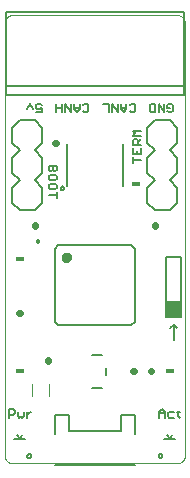
<source format=gto>
G75*
%MOIN*%
%OFA0B0*%
%FSLAX25Y25*%
%IPPOS*%
%LPD*%
%AMOC8*
5,1,8,0,0,1.08239X$1,22.5*
%
%ADD10C,0.00000*%
%ADD11C,0.00500*%
%ADD12C,0.00800*%
%ADD13C,0.02200*%
%ADD14R,0.03000X0.01800*%
%ADD15C,0.00600*%
%ADD16C,0.00787*%
%ADD17C,0.01575*%
%ADD18C,0.00200*%
D10*
X0035095Y0032058D02*
X0035095Y0176433D01*
X0035097Y0176531D01*
X0035103Y0176629D01*
X0035112Y0176727D01*
X0035126Y0176824D01*
X0035143Y0176921D01*
X0035164Y0177017D01*
X0035189Y0177112D01*
X0035217Y0177206D01*
X0035250Y0177298D01*
X0035285Y0177390D01*
X0035325Y0177480D01*
X0035367Y0177568D01*
X0035414Y0177655D01*
X0035463Y0177739D01*
X0035516Y0177822D01*
X0035572Y0177902D01*
X0035632Y0177981D01*
X0035694Y0178057D01*
X0035759Y0178130D01*
X0035827Y0178201D01*
X0035898Y0178269D01*
X0035971Y0178334D01*
X0036047Y0178396D01*
X0036126Y0178456D01*
X0036206Y0178512D01*
X0036289Y0178565D01*
X0036373Y0178614D01*
X0036460Y0178661D01*
X0036548Y0178703D01*
X0036638Y0178743D01*
X0036730Y0178778D01*
X0036822Y0178811D01*
X0036916Y0178839D01*
X0037011Y0178864D01*
X0037107Y0178885D01*
X0037204Y0178902D01*
X0037301Y0178916D01*
X0037399Y0178925D01*
X0037497Y0178931D01*
X0037595Y0178933D01*
X0092595Y0178933D01*
X0092693Y0178931D01*
X0092791Y0178925D01*
X0092889Y0178916D01*
X0092986Y0178902D01*
X0093083Y0178885D01*
X0093179Y0178864D01*
X0093274Y0178839D01*
X0093368Y0178811D01*
X0093460Y0178778D01*
X0093552Y0178743D01*
X0093642Y0178703D01*
X0093730Y0178661D01*
X0093817Y0178614D01*
X0093901Y0178565D01*
X0093984Y0178512D01*
X0094064Y0178456D01*
X0094143Y0178396D01*
X0094219Y0178334D01*
X0094292Y0178269D01*
X0094363Y0178201D01*
X0094431Y0178130D01*
X0094496Y0178057D01*
X0094558Y0177981D01*
X0094618Y0177902D01*
X0094674Y0177822D01*
X0094727Y0177739D01*
X0094776Y0177655D01*
X0094823Y0177568D01*
X0094865Y0177480D01*
X0094905Y0177390D01*
X0094940Y0177298D01*
X0094973Y0177206D01*
X0095001Y0177112D01*
X0095026Y0177017D01*
X0095047Y0176921D01*
X0095064Y0176824D01*
X0095078Y0176727D01*
X0095087Y0176629D01*
X0095093Y0176531D01*
X0095095Y0176433D01*
X0095095Y0032058D01*
X0095093Y0031960D01*
X0095087Y0031862D01*
X0095078Y0031764D01*
X0095064Y0031667D01*
X0095047Y0031570D01*
X0095026Y0031474D01*
X0095001Y0031379D01*
X0094973Y0031285D01*
X0094940Y0031193D01*
X0094905Y0031101D01*
X0094865Y0031011D01*
X0094823Y0030923D01*
X0094776Y0030836D01*
X0094727Y0030752D01*
X0094674Y0030669D01*
X0094618Y0030589D01*
X0094558Y0030510D01*
X0094496Y0030434D01*
X0094431Y0030361D01*
X0094363Y0030290D01*
X0094292Y0030222D01*
X0094219Y0030157D01*
X0094143Y0030095D01*
X0094064Y0030035D01*
X0093984Y0029979D01*
X0093901Y0029926D01*
X0093817Y0029877D01*
X0093730Y0029830D01*
X0093642Y0029788D01*
X0093552Y0029748D01*
X0093460Y0029713D01*
X0093368Y0029680D01*
X0093274Y0029652D01*
X0093179Y0029627D01*
X0093083Y0029606D01*
X0092986Y0029589D01*
X0092889Y0029575D01*
X0092791Y0029566D01*
X0092693Y0029560D01*
X0092595Y0029558D01*
X0037595Y0029558D01*
X0037497Y0029560D01*
X0037399Y0029566D01*
X0037301Y0029575D01*
X0037204Y0029589D01*
X0037107Y0029606D01*
X0037011Y0029627D01*
X0036916Y0029652D01*
X0036822Y0029680D01*
X0036730Y0029713D01*
X0036638Y0029748D01*
X0036548Y0029788D01*
X0036460Y0029830D01*
X0036373Y0029877D01*
X0036289Y0029926D01*
X0036206Y0029979D01*
X0036126Y0030035D01*
X0036047Y0030095D01*
X0035971Y0030157D01*
X0035898Y0030222D01*
X0035827Y0030290D01*
X0035759Y0030361D01*
X0035694Y0030434D01*
X0035632Y0030510D01*
X0035572Y0030589D01*
X0035516Y0030669D01*
X0035463Y0030752D01*
X0035414Y0030836D01*
X0035367Y0030923D01*
X0035325Y0031011D01*
X0035285Y0031101D01*
X0035250Y0031193D01*
X0035217Y0031285D01*
X0035189Y0031379D01*
X0035164Y0031474D01*
X0035143Y0031570D01*
X0035126Y0031667D01*
X0035112Y0031764D01*
X0035103Y0031862D01*
X0035097Y0031960D01*
X0035095Y0032058D01*
D11*
X0042595Y0032058D02*
X0042597Y0032108D01*
X0042603Y0032157D01*
X0042613Y0032206D01*
X0042626Y0032253D01*
X0042644Y0032300D01*
X0042665Y0032345D01*
X0042689Y0032388D01*
X0042717Y0032429D01*
X0042748Y0032468D01*
X0042782Y0032504D01*
X0042819Y0032538D01*
X0042859Y0032568D01*
X0042900Y0032595D01*
X0042944Y0032619D01*
X0042989Y0032639D01*
X0043036Y0032655D01*
X0043084Y0032668D01*
X0043133Y0032677D01*
X0043183Y0032682D01*
X0043232Y0032683D01*
X0043282Y0032680D01*
X0043331Y0032673D01*
X0043380Y0032662D01*
X0043427Y0032648D01*
X0043473Y0032629D01*
X0043518Y0032607D01*
X0043561Y0032582D01*
X0043601Y0032553D01*
X0043639Y0032521D01*
X0043675Y0032487D01*
X0043708Y0032449D01*
X0043737Y0032409D01*
X0043763Y0032367D01*
X0043786Y0032323D01*
X0043805Y0032277D01*
X0043821Y0032230D01*
X0043833Y0032181D01*
X0043841Y0032132D01*
X0043845Y0032083D01*
X0043845Y0032033D01*
X0043841Y0031984D01*
X0043833Y0031935D01*
X0043821Y0031886D01*
X0043805Y0031839D01*
X0043786Y0031793D01*
X0043763Y0031749D01*
X0043737Y0031707D01*
X0043708Y0031667D01*
X0043675Y0031629D01*
X0043639Y0031595D01*
X0043601Y0031563D01*
X0043561Y0031534D01*
X0043518Y0031509D01*
X0043473Y0031487D01*
X0043427Y0031468D01*
X0043380Y0031454D01*
X0043331Y0031443D01*
X0043282Y0031436D01*
X0043232Y0031433D01*
X0043183Y0031434D01*
X0043133Y0031439D01*
X0043084Y0031448D01*
X0043036Y0031461D01*
X0042989Y0031477D01*
X0042944Y0031497D01*
X0042900Y0031521D01*
X0042859Y0031548D01*
X0042819Y0031578D01*
X0042782Y0031612D01*
X0042748Y0031648D01*
X0042717Y0031687D01*
X0042689Y0031728D01*
X0042665Y0031771D01*
X0042644Y0031816D01*
X0042626Y0031863D01*
X0042613Y0031910D01*
X0042603Y0031959D01*
X0042597Y0032008D01*
X0042595Y0032058D01*
X0042488Y0044808D02*
X0042488Y0046610D01*
X0042488Y0045709D02*
X0043389Y0046610D01*
X0043839Y0046610D01*
X0041343Y0046610D02*
X0041343Y0045258D01*
X0040893Y0044808D01*
X0040442Y0045258D01*
X0039992Y0044808D01*
X0039542Y0045258D01*
X0039542Y0046610D01*
X0038397Y0047060D02*
X0038397Y0046159D01*
X0037946Y0045709D01*
X0036595Y0045709D01*
X0036595Y0044808D02*
X0036595Y0047510D01*
X0037946Y0047510D01*
X0038397Y0047060D01*
X0052422Y0118042D02*
X0052422Y0119844D01*
X0052422Y0118943D02*
X0049720Y0118943D01*
X0050171Y0120988D02*
X0049720Y0121439D01*
X0049720Y0122340D01*
X0050171Y0122790D01*
X0051972Y0122790D01*
X0052422Y0122340D01*
X0052422Y0121439D01*
X0051972Y0120988D01*
X0050171Y0120988D01*
X0050171Y0123935D02*
X0051972Y0123935D01*
X0052422Y0124385D01*
X0052422Y0125286D01*
X0051972Y0125737D01*
X0050171Y0125737D01*
X0049720Y0125286D01*
X0049720Y0124385D01*
X0050171Y0123935D01*
X0050171Y0126882D02*
X0049720Y0127332D01*
X0049720Y0128683D01*
X0052422Y0128683D01*
X0052422Y0127332D01*
X0051972Y0126882D01*
X0051522Y0126882D01*
X0051071Y0127332D01*
X0051071Y0128683D01*
X0051071Y0127332D02*
X0050621Y0126882D01*
X0050171Y0126882D01*
X0052329Y0146606D02*
X0052329Y0149308D01*
X0052329Y0147957D02*
X0054131Y0147957D01*
X0054131Y0149308D02*
X0054131Y0146606D01*
X0055276Y0146606D02*
X0055276Y0149308D01*
X0057077Y0146606D01*
X0057077Y0149308D01*
X0058222Y0149308D02*
X0058222Y0147507D01*
X0059123Y0146606D01*
X0060024Y0147507D01*
X0060024Y0149308D01*
X0061169Y0148858D02*
X0061619Y0149308D01*
X0062520Y0149308D01*
X0062970Y0148858D01*
X0062970Y0147056D01*
X0062520Y0146606D01*
X0061619Y0146606D01*
X0061169Y0147056D01*
X0060024Y0147957D02*
X0058222Y0147957D01*
X0067954Y0149308D02*
X0069756Y0149308D01*
X0069756Y0146606D01*
X0070901Y0146606D02*
X0070901Y0149308D01*
X0072702Y0146606D01*
X0072702Y0149308D01*
X0073847Y0149308D02*
X0073847Y0147507D01*
X0074748Y0146606D01*
X0075649Y0147507D01*
X0075649Y0149308D01*
X0076794Y0148858D02*
X0077244Y0149308D01*
X0078145Y0149308D01*
X0078595Y0148858D01*
X0078595Y0147056D01*
X0078145Y0146606D01*
X0077244Y0146606D01*
X0076794Y0147056D01*
X0075649Y0147957D02*
X0073847Y0147957D01*
X0077768Y0140449D02*
X0080470Y0140449D01*
X0080470Y0138648D02*
X0077768Y0138648D01*
X0078669Y0139548D01*
X0077768Y0140449D01*
X0078218Y0137503D02*
X0079119Y0137503D01*
X0079569Y0137052D01*
X0079569Y0135701D01*
X0079569Y0136602D02*
X0080470Y0137503D01*
X0080470Y0135701D02*
X0077768Y0135701D01*
X0077768Y0137052D01*
X0078218Y0137503D01*
X0077768Y0134556D02*
X0077768Y0132755D01*
X0080470Y0132755D01*
X0080470Y0134556D01*
X0079119Y0133655D02*
X0079119Y0132755D01*
X0077768Y0131610D02*
X0077768Y0129808D01*
X0077768Y0130709D02*
X0080470Y0130709D01*
X0083851Y0146606D02*
X0085202Y0146606D01*
X0085202Y0149308D01*
X0083851Y0149308D01*
X0083401Y0148858D01*
X0083401Y0147056D01*
X0083851Y0146606D01*
X0086347Y0146606D02*
X0086347Y0149308D01*
X0088149Y0146606D01*
X0088149Y0149308D01*
X0089294Y0148858D02*
X0089294Y0147957D01*
X0090194Y0147957D01*
X0089294Y0148858D02*
X0089744Y0149308D01*
X0090645Y0149308D01*
X0091095Y0148858D01*
X0091095Y0147056D01*
X0090645Y0146606D01*
X0089744Y0146606D01*
X0089294Y0147056D01*
X0088845Y0098308D02*
X0093845Y0098308D01*
X0093845Y0078308D01*
X0093845Y0083308D01*
X0088845Y0083308D01*
X0088845Y0078308D01*
X0093845Y0078308D01*
X0088845Y0078308D01*
X0088845Y0098308D01*
X0088845Y0083271D02*
X0093845Y0083271D01*
X0093845Y0082772D02*
X0088845Y0082772D01*
X0088845Y0082274D02*
X0093845Y0082274D01*
X0093845Y0081775D02*
X0088845Y0081775D01*
X0088845Y0081277D02*
X0093845Y0081277D01*
X0093845Y0080778D02*
X0088845Y0080778D01*
X0088845Y0080280D02*
X0093845Y0080280D01*
X0093845Y0079781D02*
X0088845Y0079781D01*
X0088845Y0079283D02*
X0093845Y0079283D01*
X0093845Y0078784D02*
X0088845Y0078784D01*
X0091345Y0075808D02*
X0090095Y0074558D01*
X0091345Y0075808D02*
X0092595Y0074558D01*
X0091345Y0075808D02*
X0091345Y0070808D01*
X0087496Y0047510D02*
X0086595Y0046610D01*
X0086595Y0044808D01*
X0086595Y0046159D02*
X0088397Y0046159D01*
X0088397Y0046610D02*
X0088397Y0044808D01*
X0089542Y0045258D02*
X0089542Y0046159D01*
X0089992Y0046610D01*
X0091343Y0046610D01*
X0092488Y0046610D02*
X0093389Y0046610D01*
X0092939Y0047060D02*
X0092939Y0045258D01*
X0093389Y0044808D01*
X0091343Y0044808D02*
X0089992Y0044808D01*
X0089542Y0045258D01*
X0088397Y0046610D02*
X0087496Y0047510D01*
X0086345Y0032058D02*
X0086347Y0032108D01*
X0086353Y0032157D01*
X0086363Y0032206D01*
X0086376Y0032253D01*
X0086394Y0032300D01*
X0086415Y0032345D01*
X0086439Y0032388D01*
X0086467Y0032429D01*
X0086498Y0032468D01*
X0086532Y0032504D01*
X0086569Y0032538D01*
X0086609Y0032568D01*
X0086650Y0032595D01*
X0086694Y0032619D01*
X0086739Y0032639D01*
X0086786Y0032655D01*
X0086834Y0032668D01*
X0086883Y0032677D01*
X0086933Y0032682D01*
X0086982Y0032683D01*
X0087032Y0032680D01*
X0087081Y0032673D01*
X0087130Y0032662D01*
X0087177Y0032648D01*
X0087223Y0032629D01*
X0087268Y0032607D01*
X0087311Y0032582D01*
X0087351Y0032553D01*
X0087389Y0032521D01*
X0087425Y0032487D01*
X0087458Y0032449D01*
X0087487Y0032409D01*
X0087513Y0032367D01*
X0087536Y0032323D01*
X0087555Y0032277D01*
X0087571Y0032230D01*
X0087583Y0032181D01*
X0087591Y0032132D01*
X0087595Y0032083D01*
X0087595Y0032033D01*
X0087591Y0031984D01*
X0087583Y0031935D01*
X0087571Y0031886D01*
X0087555Y0031839D01*
X0087536Y0031793D01*
X0087513Y0031749D01*
X0087487Y0031707D01*
X0087458Y0031667D01*
X0087425Y0031629D01*
X0087389Y0031595D01*
X0087351Y0031563D01*
X0087311Y0031534D01*
X0087268Y0031509D01*
X0087223Y0031487D01*
X0087177Y0031468D01*
X0087130Y0031454D01*
X0087081Y0031443D01*
X0087032Y0031436D01*
X0086982Y0031433D01*
X0086933Y0031434D01*
X0086883Y0031439D01*
X0086834Y0031448D01*
X0086786Y0031461D01*
X0086739Y0031477D01*
X0086694Y0031497D01*
X0086650Y0031521D01*
X0086609Y0031548D01*
X0086569Y0031578D01*
X0086532Y0031612D01*
X0086498Y0031648D01*
X0086467Y0031687D01*
X0086439Y0031728D01*
X0086415Y0031771D01*
X0086394Y0031816D01*
X0086376Y0031863D01*
X0086363Y0031910D01*
X0086353Y0031959D01*
X0086347Y0032008D01*
X0086345Y0032058D01*
X0047345Y0146606D02*
X0045544Y0146606D01*
X0045994Y0147507D02*
X0045544Y0147957D01*
X0045544Y0148858D01*
X0045994Y0149308D01*
X0046895Y0149308D01*
X0047345Y0148858D01*
X0047345Y0147957D02*
X0046444Y0147507D01*
X0045994Y0147507D01*
X0047345Y0147957D02*
X0047345Y0146606D01*
X0044399Y0147507D02*
X0043498Y0149308D01*
X0042597Y0147507D01*
D12*
X0045095Y0143933D02*
X0040095Y0143933D01*
X0037595Y0141433D01*
X0037595Y0136433D01*
X0040095Y0133933D01*
X0037595Y0131433D01*
X0037595Y0126433D01*
X0040095Y0123933D01*
X0037595Y0121433D01*
X0037595Y0116433D01*
X0040095Y0113933D01*
X0045095Y0113933D01*
X0047595Y0116433D01*
X0047595Y0121433D01*
X0045095Y0123933D01*
X0047595Y0126433D01*
X0047595Y0131433D01*
X0045095Y0133933D01*
X0047595Y0136433D01*
X0047595Y0141433D01*
X0045095Y0143933D01*
X0035415Y0152260D02*
X0035415Y0155409D01*
X0094864Y0155409D01*
X0094864Y0152260D01*
X0035415Y0152260D01*
X0035415Y0155409D02*
X0035415Y0179819D01*
X0094864Y0179819D01*
X0094864Y0155409D01*
X0090095Y0143933D02*
X0085095Y0143933D01*
X0082595Y0141433D01*
X0082595Y0136433D01*
X0085095Y0133933D01*
X0082595Y0131433D01*
X0082595Y0126433D01*
X0085095Y0123933D01*
X0082595Y0121433D01*
X0082595Y0116433D01*
X0085095Y0113933D01*
X0090095Y0113933D01*
X0092595Y0116433D01*
X0092595Y0121433D01*
X0090095Y0123933D01*
X0092595Y0126433D01*
X0092595Y0131433D01*
X0090095Y0133933D01*
X0092595Y0136433D01*
X0092595Y0141433D01*
X0090095Y0143933D01*
X0053680Y0121283D02*
X0053682Y0121330D01*
X0053688Y0121377D01*
X0053698Y0121424D01*
X0053711Y0121469D01*
X0053729Y0121513D01*
X0053750Y0121555D01*
X0053774Y0121596D01*
X0053802Y0121634D01*
X0053833Y0121670D01*
X0053867Y0121703D01*
X0053903Y0121733D01*
X0053942Y0121760D01*
X0053983Y0121784D01*
X0054026Y0121804D01*
X0054070Y0121820D01*
X0054116Y0121833D01*
X0054162Y0121842D01*
X0054210Y0121847D01*
X0054257Y0121848D01*
X0054304Y0121845D01*
X0054351Y0121838D01*
X0054397Y0121827D01*
X0054442Y0121813D01*
X0054486Y0121794D01*
X0054527Y0121772D01*
X0054567Y0121747D01*
X0054605Y0121718D01*
X0054640Y0121687D01*
X0054673Y0121652D01*
X0054702Y0121615D01*
X0054728Y0121576D01*
X0054751Y0121534D01*
X0054770Y0121491D01*
X0054786Y0121446D01*
X0054798Y0121400D01*
X0054806Y0121354D01*
X0054810Y0121307D01*
X0054810Y0121259D01*
X0054806Y0121212D01*
X0054798Y0121166D01*
X0054786Y0121120D01*
X0054770Y0121075D01*
X0054751Y0121032D01*
X0054728Y0120990D01*
X0054702Y0120951D01*
X0054673Y0120914D01*
X0054640Y0120879D01*
X0054605Y0120848D01*
X0054567Y0120819D01*
X0054528Y0120794D01*
X0054486Y0120772D01*
X0054442Y0120753D01*
X0054397Y0120739D01*
X0054351Y0120728D01*
X0054304Y0120721D01*
X0054257Y0120718D01*
X0054210Y0120719D01*
X0054162Y0120724D01*
X0054116Y0120733D01*
X0054070Y0120746D01*
X0054026Y0120762D01*
X0053983Y0120782D01*
X0053942Y0120806D01*
X0053903Y0120833D01*
X0053867Y0120863D01*
X0053833Y0120896D01*
X0053802Y0120932D01*
X0053774Y0120970D01*
X0053750Y0121011D01*
X0053729Y0121053D01*
X0053711Y0121097D01*
X0053698Y0121142D01*
X0053688Y0121189D01*
X0053682Y0121236D01*
X0053680Y0121283D01*
X0064030Y0065783D02*
X0067411Y0065783D01*
X0068911Y0061240D02*
X0068911Y0059126D01*
X0067411Y0054583D02*
X0064030Y0054583D01*
X0056434Y0045779D02*
X0056434Y0040267D01*
X0073757Y0040267D01*
X0073757Y0045779D01*
X0078481Y0045779D01*
X0078481Y0039479D01*
X0078481Y0028849D02*
X0051709Y0028849D01*
X0051709Y0039479D02*
X0051709Y0045779D01*
X0056434Y0045779D01*
X0041906Y0037639D02*
X0040095Y0037639D01*
X0039175Y0038859D01*
X0038284Y0037639D02*
X0040095Y0037639D01*
X0040195Y0037699D02*
X0040955Y0038859D01*
X0088284Y0037639D02*
X0090095Y0037639D01*
X0089175Y0038859D01*
X0090095Y0037639D02*
X0091906Y0037639D01*
X0090955Y0038859D02*
X0090195Y0037699D01*
D13*
X0083965Y0060183D02*
X0083725Y0060183D01*
X0078028Y0060183D02*
X0077788Y0060183D01*
X0049470Y0063813D02*
X0049470Y0064053D01*
X0040215Y0079558D02*
X0039975Y0079558D01*
X0045095Y0108813D02*
X0045095Y0109053D01*
X0051850Y0136433D02*
X0052090Y0136433D01*
X0085095Y0109053D02*
X0085095Y0108813D01*
D14*
X0078845Y0122683D03*
X0090095Y0060183D03*
X0040095Y0060183D03*
X0040095Y0097683D03*
D15*
X0051709Y0101138D02*
X0051709Y0076728D01*
X0052890Y0075547D01*
X0077300Y0075547D01*
X0078481Y0076728D01*
X0078481Y0101138D01*
X0077300Y0102319D01*
X0052890Y0102319D01*
X0051709Y0101138D01*
X0055796Y0121835D02*
X0055796Y0136031D01*
X0074394Y0136031D02*
X0074394Y0121835D01*
D16*
X0045804Y0103516D02*
X0045806Y0103555D01*
X0045812Y0103594D01*
X0045822Y0103632D01*
X0045835Y0103669D01*
X0045852Y0103704D01*
X0045872Y0103738D01*
X0045896Y0103769D01*
X0045923Y0103798D01*
X0045952Y0103824D01*
X0045984Y0103847D01*
X0046018Y0103867D01*
X0046054Y0103883D01*
X0046091Y0103895D01*
X0046130Y0103904D01*
X0046169Y0103909D01*
X0046208Y0103910D01*
X0046247Y0103907D01*
X0046286Y0103900D01*
X0046323Y0103889D01*
X0046360Y0103875D01*
X0046395Y0103857D01*
X0046428Y0103836D01*
X0046459Y0103811D01*
X0046487Y0103784D01*
X0046512Y0103754D01*
X0046534Y0103721D01*
X0046553Y0103687D01*
X0046568Y0103651D01*
X0046580Y0103613D01*
X0046588Y0103575D01*
X0046592Y0103536D01*
X0046592Y0103496D01*
X0046588Y0103457D01*
X0046580Y0103419D01*
X0046568Y0103381D01*
X0046553Y0103345D01*
X0046534Y0103311D01*
X0046512Y0103278D01*
X0046487Y0103248D01*
X0046459Y0103221D01*
X0046428Y0103196D01*
X0046395Y0103175D01*
X0046360Y0103157D01*
X0046323Y0103143D01*
X0046286Y0103132D01*
X0046247Y0103125D01*
X0046208Y0103122D01*
X0046169Y0103123D01*
X0046130Y0103128D01*
X0046091Y0103137D01*
X0046054Y0103149D01*
X0046018Y0103165D01*
X0045984Y0103185D01*
X0045952Y0103208D01*
X0045923Y0103234D01*
X0045896Y0103263D01*
X0045872Y0103294D01*
X0045852Y0103328D01*
X0045835Y0103363D01*
X0045822Y0103400D01*
X0045812Y0103438D01*
X0045806Y0103477D01*
X0045804Y0103516D01*
D17*
X0054859Y0098185D02*
X0054861Y0098241D01*
X0054867Y0098296D01*
X0054877Y0098350D01*
X0054890Y0098404D01*
X0054908Y0098457D01*
X0054929Y0098508D01*
X0054953Y0098558D01*
X0054981Y0098606D01*
X0055013Y0098652D01*
X0055047Y0098696D01*
X0055085Y0098737D01*
X0055125Y0098775D01*
X0055168Y0098810D01*
X0055213Y0098842D01*
X0055261Y0098871D01*
X0055310Y0098897D01*
X0055361Y0098919D01*
X0055413Y0098937D01*
X0055467Y0098951D01*
X0055522Y0098962D01*
X0055577Y0098969D01*
X0055632Y0098972D01*
X0055688Y0098971D01*
X0055743Y0098966D01*
X0055798Y0098957D01*
X0055852Y0098945D01*
X0055905Y0098928D01*
X0055957Y0098908D01*
X0056007Y0098884D01*
X0056055Y0098857D01*
X0056102Y0098827D01*
X0056146Y0098793D01*
X0056188Y0098756D01*
X0056226Y0098716D01*
X0056263Y0098674D01*
X0056296Y0098629D01*
X0056325Y0098583D01*
X0056352Y0098534D01*
X0056374Y0098483D01*
X0056394Y0098431D01*
X0056409Y0098377D01*
X0056421Y0098323D01*
X0056429Y0098268D01*
X0056433Y0098213D01*
X0056433Y0098157D01*
X0056429Y0098102D01*
X0056421Y0098047D01*
X0056409Y0097993D01*
X0056394Y0097939D01*
X0056374Y0097887D01*
X0056352Y0097836D01*
X0056325Y0097787D01*
X0056296Y0097741D01*
X0056263Y0097696D01*
X0056226Y0097654D01*
X0056188Y0097614D01*
X0056146Y0097577D01*
X0056102Y0097543D01*
X0056055Y0097513D01*
X0056007Y0097486D01*
X0055957Y0097462D01*
X0055905Y0097442D01*
X0055852Y0097425D01*
X0055798Y0097413D01*
X0055743Y0097404D01*
X0055688Y0097399D01*
X0055632Y0097398D01*
X0055577Y0097401D01*
X0055522Y0097408D01*
X0055467Y0097419D01*
X0055413Y0097433D01*
X0055361Y0097451D01*
X0055310Y0097473D01*
X0055261Y0097499D01*
X0055213Y0097528D01*
X0055168Y0097560D01*
X0055125Y0097595D01*
X0055085Y0097633D01*
X0055047Y0097674D01*
X0055013Y0097718D01*
X0054981Y0097764D01*
X0054953Y0097812D01*
X0054929Y0097862D01*
X0054908Y0097913D01*
X0054890Y0097966D01*
X0054877Y0098020D01*
X0054867Y0098074D01*
X0054861Y0098129D01*
X0054859Y0098185D01*
D18*
X0049923Y0055902D02*
X0049923Y0051965D01*
X0044017Y0051965D02*
X0044017Y0055902D01*
M02*

</source>
